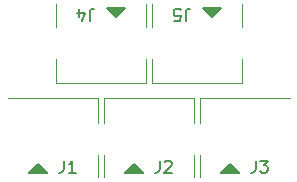
<source format=gbr>
%TF.GenerationSoftware,KiCad,Pcbnew,8.0.7-8.0.7-0~ubuntu24.04.1*%
%TF.CreationDate,2024-12-14T15:03:20-08:00*%
%TF.ProjectId,TEE-CAN,5445452d-4341-44e2-9e6b-696361645f70,1*%
%TF.SameCoordinates,Original*%
%TF.FileFunction,Legend,Top*%
%TF.FilePolarity,Positive*%
%FSLAX46Y46*%
G04 Gerber Fmt 4.6, Leading zero omitted, Abs format (unit mm)*
G04 Created by KiCad (PCBNEW 8.0.7-8.0.7-0~ubuntu24.04.1) date 2024-12-14 15:03:20*
%MOMM*%
%LPD*%
G01*
G04 APERTURE LIST*
%ADD10C,0.150000*%
%ADD11C,0.120000*%
%ADD12C,0.200000*%
G04 APERTURE END LIST*
D10*
X212423333Y-127672180D02*
X212423333Y-126957895D01*
X212423333Y-126957895D02*
X212470952Y-126815038D01*
X212470952Y-126815038D02*
X212566190Y-126719800D01*
X212566190Y-126719800D02*
X212709047Y-126672180D01*
X212709047Y-126672180D02*
X212804285Y-126672180D01*
X211470952Y-127672180D02*
X211947142Y-127672180D01*
X211947142Y-127672180D02*
X211994761Y-127195990D01*
X211994761Y-127195990D02*
X211947142Y-127243609D01*
X211947142Y-127243609D02*
X211851904Y-127291228D01*
X211851904Y-127291228D02*
X211613809Y-127291228D01*
X211613809Y-127291228D02*
X211518571Y-127243609D01*
X211518571Y-127243609D02*
X211470952Y-127195990D01*
X211470952Y-127195990D02*
X211423333Y-127100752D01*
X211423333Y-127100752D02*
X211423333Y-126862657D01*
X211423333Y-126862657D02*
X211470952Y-126767419D01*
X211470952Y-126767419D02*
X211518571Y-126719800D01*
X211518571Y-126719800D02*
X211613809Y-126672180D01*
X211613809Y-126672180D02*
X211851904Y-126672180D01*
X211851904Y-126672180D02*
X211947142Y-126719800D01*
X211947142Y-126719800D02*
X211994761Y-126767419D01*
X204295333Y-127672180D02*
X204295333Y-126957895D01*
X204295333Y-126957895D02*
X204342952Y-126815038D01*
X204342952Y-126815038D02*
X204438190Y-126719800D01*
X204438190Y-126719800D02*
X204581047Y-126672180D01*
X204581047Y-126672180D02*
X204676285Y-126672180D01*
X203390571Y-127338847D02*
X203390571Y-126672180D01*
X203628666Y-127719800D02*
X203866761Y-127005514D01*
X203866761Y-127005514D02*
X203247714Y-127005514D01*
X210232666Y-139535819D02*
X210232666Y-140250104D01*
X210232666Y-140250104D02*
X210185047Y-140392961D01*
X210185047Y-140392961D02*
X210089809Y-140488200D01*
X210089809Y-140488200D02*
X209946952Y-140535819D01*
X209946952Y-140535819D02*
X209851714Y-140535819D01*
X210661238Y-139631057D02*
X210708857Y-139583438D01*
X210708857Y-139583438D02*
X210804095Y-139535819D01*
X210804095Y-139535819D02*
X211042190Y-139535819D01*
X211042190Y-139535819D02*
X211137428Y-139583438D01*
X211137428Y-139583438D02*
X211185047Y-139631057D01*
X211185047Y-139631057D02*
X211232666Y-139726295D01*
X211232666Y-139726295D02*
X211232666Y-139821533D01*
X211232666Y-139821533D02*
X211185047Y-139964390D01*
X211185047Y-139964390D02*
X210613619Y-140535819D01*
X210613619Y-140535819D02*
X211232666Y-140535819D01*
X202104666Y-139535819D02*
X202104666Y-140250104D01*
X202104666Y-140250104D02*
X202057047Y-140392961D01*
X202057047Y-140392961D02*
X201961809Y-140488200D01*
X201961809Y-140488200D02*
X201818952Y-140535819D01*
X201818952Y-140535819D02*
X201723714Y-140535819D01*
X203104666Y-140535819D02*
X202533238Y-140535819D01*
X202818952Y-140535819D02*
X202818952Y-139535819D01*
X202818952Y-139535819D02*
X202723714Y-139678676D01*
X202723714Y-139678676D02*
X202628476Y-139773914D01*
X202628476Y-139773914D02*
X202533238Y-139821533D01*
X218360666Y-139535819D02*
X218360666Y-140250104D01*
X218360666Y-140250104D02*
X218313047Y-140392961D01*
X218313047Y-140392961D02*
X218217809Y-140488200D01*
X218217809Y-140488200D02*
X218074952Y-140535819D01*
X218074952Y-140535819D02*
X217979714Y-140535819D01*
X218741619Y-139535819D02*
X219360666Y-139535819D01*
X219360666Y-139535819D02*
X219027333Y-139916771D01*
X219027333Y-139916771D02*
X219170190Y-139916771D01*
X219170190Y-139916771D02*
X219265428Y-139964390D01*
X219265428Y-139964390D02*
X219313047Y-140012009D01*
X219313047Y-140012009D02*
X219360666Y-140107247D01*
X219360666Y-140107247D02*
X219360666Y-140345342D01*
X219360666Y-140345342D02*
X219313047Y-140440580D01*
X219313047Y-140440580D02*
X219265428Y-140488200D01*
X219265428Y-140488200D02*
X219170190Y-140535819D01*
X219170190Y-140535819D02*
X218884476Y-140535819D01*
X218884476Y-140535819D02*
X218789238Y-140488200D01*
X218789238Y-140488200D02*
X218741619Y-140440580D01*
D11*
%TO.C,J5*%
X209550000Y-126302000D02*
X209550000Y-128192121D01*
X209550000Y-130887879D02*
X209550000Y-132969000D01*
X209550000Y-132969000D02*
X217170000Y-132969000D01*
X217170000Y-128192121D02*
X217170000Y-126302000D01*
X217170000Y-132969000D02*
X217170000Y-130887879D01*
D12*
X214630000Y-127381000D02*
X213868000Y-126619000D01*
X215392000Y-126619000D01*
X214630000Y-127381000D01*
G36*
X214630000Y-127381000D02*
G01*
X213868000Y-126619000D01*
X215392000Y-126619000D01*
X214630000Y-127381000D01*
G37*
D11*
%TO.C,J4*%
X201422000Y-126302000D02*
X201422000Y-128192121D01*
X201422000Y-130887879D02*
X201422000Y-132969000D01*
X201422000Y-132969000D02*
X209042000Y-132969000D01*
X209042000Y-128192121D02*
X209042000Y-126302000D01*
X209042000Y-132969000D02*
X209042000Y-130887879D01*
D12*
X206502000Y-127381000D02*
X205740000Y-126619000D01*
X207264000Y-126619000D01*
X206502000Y-127381000D01*
G36*
X206502000Y-127381000D02*
G01*
X205740000Y-126619000D01*
X207264000Y-126619000D01*
X206502000Y-127381000D01*
G37*
D11*
%TO.C,J2*%
X205486000Y-134239000D02*
X205486000Y-136320121D01*
X205486000Y-139015879D02*
X205486000Y-140906000D01*
X213106000Y-134239000D02*
X205486000Y-134239000D01*
X213106000Y-136320121D02*
X213106000Y-134239000D01*
X213106000Y-140906000D02*
X213106000Y-139015879D01*
D12*
X208788000Y-140589000D02*
X207264000Y-140589000D01*
X208026000Y-139827000D01*
X208788000Y-140589000D01*
G36*
X208788000Y-140589000D02*
G01*
X207264000Y-140589000D01*
X208026000Y-139827000D01*
X208788000Y-140589000D01*
G37*
D11*
%TO.C,J1*%
X204978000Y-134239000D02*
X197358000Y-134239000D01*
X204978000Y-136320121D02*
X204978000Y-134239000D01*
X204978000Y-140906000D02*
X204978000Y-139015879D01*
D12*
X200660000Y-140589000D02*
X199136000Y-140589000D01*
X199898000Y-139827000D01*
X200660000Y-140589000D01*
G36*
X200660000Y-140589000D02*
G01*
X199136000Y-140589000D01*
X199898000Y-139827000D01*
X200660000Y-140589000D01*
G37*
D11*
%TO.C,J3*%
X213614000Y-134239000D02*
X213614000Y-136320121D01*
X213614000Y-139015879D02*
X213614000Y-140906000D01*
X221234000Y-134239000D02*
X213614000Y-134239000D01*
D12*
X216916000Y-140589000D02*
X215392000Y-140589000D01*
X216154000Y-139827000D01*
X216916000Y-140589000D01*
G36*
X216916000Y-140589000D02*
G01*
X215392000Y-140589000D01*
X216154000Y-139827000D01*
X216916000Y-140589000D01*
G37*
%TD*%
M02*

</source>
